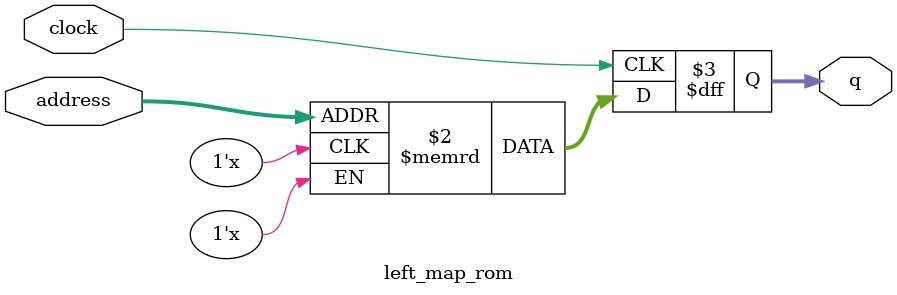
<source format=sv>
module left_map_rom (
	input logic clock,
	input logic [15:0] address,
	output logic [4:0] q
);

logic [4:0] memory [0:39999] /* synthesis ram_init_file = "./left_map/left_map.mif" */;

always_ff @ (posedge clock) begin
	q <= memory[address];
end

endmodule

</source>
